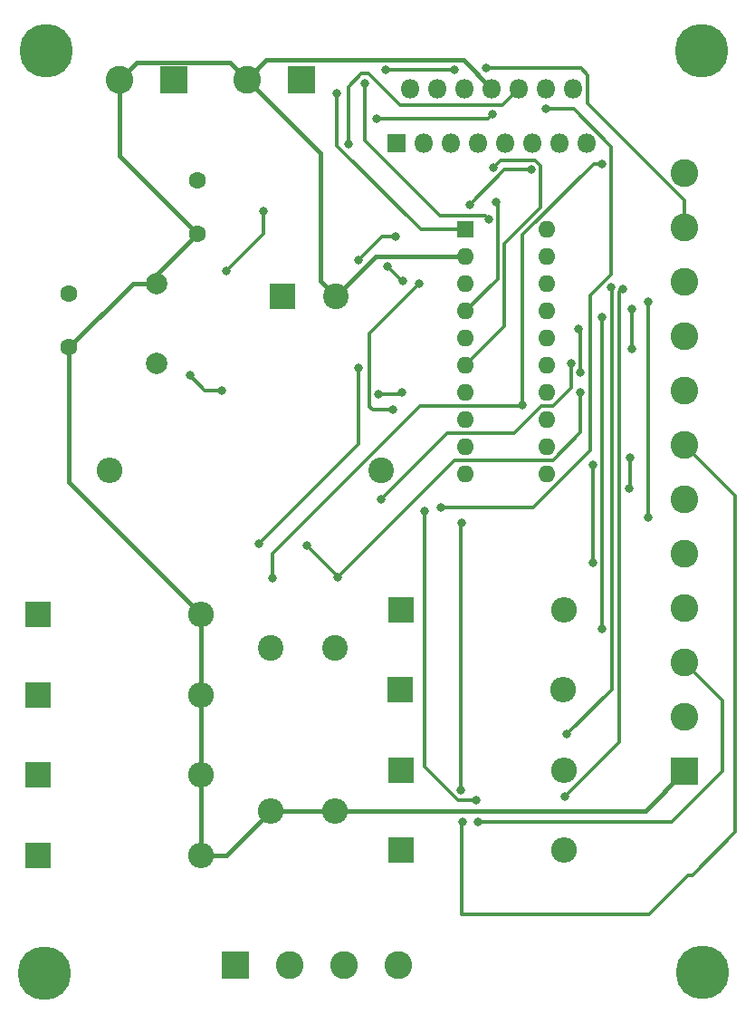
<source format=gbr>
%TF.GenerationSoftware,KiCad,Pcbnew,(7.0.0)*%
%TF.CreationDate,2023-04-19T19:54:13+02:00*%
%TF.ProjectId,steper_motor_controller,73746570-6572-45f6-9d6f-746f725f636f,REV1*%
%TF.SameCoordinates,Original*%
%TF.FileFunction,Copper,L2,Bot*%
%TF.FilePolarity,Positive*%
%FSLAX46Y46*%
G04 Gerber Fmt 4.6, Leading zero omitted, Abs format (unit mm)*
G04 Created by KiCad (PCBNEW (7.0.0)) date 2023-04-19 19:54:13*
%MOMM*%
%LPD*%
G01*
G04 APERTURE LIST*
%TA.AperFunction,ComponentPad*%
%ADD10C,5.000000*%
%TD*%
%TA.AperFunction,ComponentPad*%
%ADD11R,2.400000X2.400000*%
%TD*%
%TA.AperFunction,ComponentPad*%
%ADD12O,2.400000X2.400000*%
%TD*%
%TA.AperFunction,ComponentPad*%
%ADD13R,2.600000X2.600000*%
%TD*%
%TA.AperFunction,ComponentPad*%
%ADD14C,2.600000*%
%TD*%
%TA.AperFunction,ComponentPad*%
%ADD15C,1.600000*%
%TD*%
%TA.AperFunction,ComponentPad*%
%ADD16C,2.000000*%
%TD*%
%TA.AperFunction,ComponentPad*%
%ADD17R,1.800000X1.800000*%
%TD*%
%TA.AperFunction,ComponentPad*%
%ADD18O,1.800000X1.800000*%
%TD*%
%TA.AperFunction,ComponentPad*%
%ADD19C,2.400000*%
%TD*%
%TA.AperFunction,ComponentPad*%
%ADD20R,1.600000X1.600000*%
%TD*%
%TA.AperFunction,ComponentPad*%
%ADD21O,1.600000X1.600000*%
%TD*%
%TA.AperFunction,ViaPad*%
%ADD22C,0.800000*%
%TD*%
%TA.AperFunction,Conductor*%
%ADD23C,0.310000*%
%TD*%
%TA.AperFunction,Conductor*%
%ADD24C,0.400000*%
%TD*%
G04 APERTURE END LIST*
D10*
%TO.P,,1*%
%TO.N,N/C*%
X181994500Y-137024500D03*
%TD*%
%TO.P,,1*%
%TO.N,N/C*%
X120465500Y-137044500D03*
%TD*%
%TO.P,,1*%
%TO.N,N/C*%
X181934500Y-50905500D03*
%TD*%
%TO.P,REF\u002A\u002A,1*%
%TO.N,N/C*%
X120575530Y-50895530D03*
%TD*%
D11*
%TO.P,D3,1,K*%
%TO.N,VS*%
X153759999Y-118083331D03*
D12*
%TO.P,D3,2,A*%
%TO.N,Net-(D3-A)*%
X168999999Y-118083331D03*
%TD*%
D13*
%TO.P,J3,1,Pin_1*%
%TO.N,GND*%
X180319999Y-118239999D03*
D14*
%TO.P,J3,2,Pin_2*%
%TO.N,/HALF*%
X180320000Y-113160000D03*
%TO.P,J3,3,Pin_3*%
%TO.N,/HOME*%
X180320000Y-108080000D03*
%TO.P,J3,4,Pin_4*%
%TO.N,/Vref*%
X180320000Y-103000000D03*
%TO.P,J3,5,Pin_5*%
%TO.N,/CLK*%
X180320000Y-97920000D03*
%TO.P,J3,6,Pin_6*%
%TO.N,/CW*%
X180320000Y-92840000D03*
%TO.P,J3,7,Pin_7*%
%TO.N,/ENA*%
X180320000Y-87760000D03*
%TO.P,J3,8,Pin_8*%
%TO.N,/RESET*%
X180320000Y-82680000D03*
%TO.P,J3,9,Pin_9*%
%TO.N,/CTRL*%
X180320000Y-77600000D03*
%TO.P,J3,10,Pin_10*%
%TO.N,/OSC*%
X180320000Y-72520000D03*
%TO.P,J3,11,Pin_11*%
%TO.N,/SYNC*%
X180320000Y-67440000D03*
%TO.P,J3,12,Pin_12*%
%TO.N,unconnected-(J3-Pin_12-Pad12)*%
X180320000Y-62360000D03*
%TD*%
D15*
%TO.P,C2,1*%
%TO.N,VSS*%
X134750000Y-63030000D03*
%TO.P,C2,2*%
%TO.N,GND*%
X134750000Y-68030000D03*
%TD*%
D13*
%TO.P,J1,1,Pin_1*%
%TO.N,VS*%
X132534999Y-53624999D03*
D14*
%TO.P,J1,2,Pin_2*%
%TO.N,GND*%
X127455000Y-53625000D03*
%TD*%
D11*
%TO.P,D8,1,K*%
%TO.N,Net-(D4-A)*%
X119869999Y-103559999D03*
D12*
%TO.P,D8,2,A*%
%TO.N,GND*%
X135109999Y-103559999D03*
%TD*%
D11*
%TO.P,D1,1,K*%
%TO.N,VS*%
X153769999Y-103089999D03*
D12*
%TO.P,D1,2,A*%
%TO.N,Net-(D1-A)*%
X169009999Y-103089999D03*
%TD*%
D11*
%TO.P,D5,1,K*%
%TO.N,Net-(D1-A)*%
X119869999Y-126049999D03*
D12*
%TO.P,D5,2,A*%
%TO.N,GND*%
X135109999Y-126049999D03*
%TD*%
D11*
%TO.P,D7,1,K*%
%TO.N,Net-(D3-A)*%
X119869999Y-111078749D03*
D12*
%TO.P,D7,2,A*%
%TO.N,GND*%
X135109999Y-111078749D03*
%TD*%
D16*
%TO.P,C1,1*%
%TO.N,/OSC*%
X130940000Y-80120000D03*
%TO.P,C1,2*%
%TO.N,GND*%
X130940000Y-72620000D03*
%TD*%
D15*
%TO.P,C3,1*%
%TO.N,VS*%
X122720000Y-73600000D03*
%TO.P,C3,2*%
%TO.N,GND*%
X122720000Y-78600000D03*
%TD*%
D11*
%TO.P,D6,1,K*%
%TO.N,Net-(D2-A)*%
X119869999Y-118553331D03*
D12*
%TO.P,D6,2,A*%
%TO.N,GND*%
X135109999Y-118553331D03*
%TD*%
D17*
%TO.P,U2,1,SENSE_A*%
%TO.N,/Rs1*%
X153369999Y-59499999D03*
D18*
%TO.P,U2,2,OUT1*%
%TO.N,Net-(D1-A)*%
X154639999Y-54419999D03*
%TO.P,U2,3,OUT2*%
%TO.N,Net-(D2-A)*%
X155909999Y-59499999D03*
%TO.P,U2,4,Vs*%
%TO.N,VS*%
X157179999Y-54419999D03*
%TO.P,U2,5,IN1*%
%TO.N,Net-(U1-A)*%
X158449999Y-59499999D03*
%TO.P,U2,6,EnA*%
%TO.N,Net-(U1-INH1)*%
X159719999Y-54419999D03*
%TO.P,U2,7,IN2*%
%TO.N,Net-(U1-B)*%
X160989999Y-59499999D03*
%TO.P,U2,8,GND*%
%TO.N,GND*%
X162259999Y-54419999D03*
%TO.P,U2,9,Vss*%
%TO.N,VSS*%
X163529999Y-59499999D03*
%TO.P,U2,10,IN3*%
%TO.N,Net-(U1-C)*%
X164799999Y-54419999D03*
%TO.P,U2,11,EnB*%
%TO.N,Net-(U1-INH2)*%
X166069999Y-59499999D03*
%TO.P,U2,12,IN4*%
%TO.N,Net-(U1-D)*%
X167339999Y-54419999D03*
%TO.P,U2,13,OUT3*%
%TO.N,Net-(D3-A)*%
X168609999Y-59499999D03*
%TO.P,U2,14,OUT4*%
%TO.N,Net-(D4-A)*%
X169879999Y-54419999D03*
%TO.P,U2,15,SENSE_B*%
%TO.N,/Rs2*%
X171149999Y-59499999D03*
%TD*%
D13*
%TO.P,J2,1,Pin_1*%
%TO.N,VSS*%
X144459999Y-53574999D03*
D14*
%TO.P,J2,2,Pin_2*%
%TO.N,GND*%
X139380000Y-53575000D03*
%TD*%
D19*
%TO.P,Rs1,1*%
%TO.N,/Rs1*%
X147650000Y-106670000D03*
D12*
%TO.P,Rs1,2*%
%TO.N,GND*%
X147649999Y-121909999D03*
%TD*%
D11*
%TO.P,D2,1,K*%
%TO.N,VS*%
X153729999Y-110608749D03*
D12*
%TO.P,D2,2,A*%
%TO.N,Net-(D2-A)*%
X168969999Y-110608749D03*
%TD*%
D13*
%TO.P,J4,1,Pin_1*%
%TO.N,Net-(D1-A)*%
X138319999Y-136344999D03*
D14*
%TO.P,J4,2,Pin_2*%
%TO.N,Net-(D2-A)*%
X143400000Y-136345000D03*
%TO.P,J4,3,Pin_3*%
%TO.N,Net-(D3-A)*%
X148480000Y-136345000D03*
%TO.P,J4,4,Pin_4*%
%TO.N,Net-(D4-A)*%
X153560000Y-136345000D03*
%TD*%
D11*
%TO.P,C4,1*%
%TO.N,VS*%
X142709999Y-73849999D03*
D19*
%TO.P,C4,2*%
%TO.N,GND*%
X147710000Y-73850000D03*
%TD*%
D11*
%TO.P,D4,1,K*%
%TO.N,VS*%
X153769999Y-125579999D03*
D12*
%TO.P,D4,2,A*%
%TO.N,Net-(D4-A)*%
X169009999Y-125579999D03*
%TD*%
D19*
%TO.P,Rs2,1*%
%TO.N,/Rs2*%
X141600000Y-106670000D03*
D12*
%TO.P,Rs2,2*%
%TO.N,GND*%
X141599999Y-121909999D03*
%TD*%
D20*
%TO.P,U1,1,SYNC*%
%TO.N,/SYNC*%
X159839999Y-67579999D03*
D21*
%TO.P,U1,2,GND*%
%TO.N,GND*%
X159839999Y-70119999D03*
%TO.P,U1,3,HOME*%
%TO.N,/HOME*%
X159839999Y-72659999D03*
%TO.P,U1,4,A*%
%TO.N,Net-(U1-A)*%
X159839999Y-75199999D03*
%TO.P,U1,5,INH1*%
%TO.N,Net-(U1-INH1)*%
X159839999Y-77739999D03*
%TO.P,U1,6,B*%
%TO.N,Net-(U1-B)*%
X159839999Y-80279999D03*
%TO.P,U1,7,C*%
%TO.N,Net-(U1-C)*%
X159839999Y-82819999D03*
%TO.P,U1,8,INH2*%
%TO.N,Net-(U1-INH2)*%
X159839999Y-85359999D03*
%TO.P,U1,9,D*%
%TO.N,Net-(U1-D)*%
X159839999Y-87899999D03*
%TO.P,U1,10,ENABLE*%
%TO.N,/ENA*%
X159839999Y-90439999D03*
%TO.P,U1,11,CONTROL*%
%TO.N,/CTRL*%
X167459999Y-90439999D03*
%TO.P,U1,12,Vs*%
%TO.N,VSS*%
X167459999Y-87899999D03*
%TO.P,U1,13,SENS2*%
%TO.N,/Rs2*%
X167459999Y-85359999D03*
%TO.P,U1,14,SENS1*%
%TO.N,/Rs1*%
X167459999Y-82819999D03*
%TO.P,U1,15,Vref*%
%TO.N,/Vref*%
X167459999Y-80279999D03*
%TO.P,U1,16,OSC*%
%TO.N,/OSC*%
X167459999Y-77739999D03*
%TO.P,U1,17,CW*%
%TO.N,/CW*%
X167459999Y-75199999D03*
%TO.P,U1,18,CLOCK*%
%TO.N,/CLK*%
X167459999Y-72659999D03*
%TO.P,U1,19,HALF*%
%TO.N,/HALF*%
X167459999Y-70119999D03*
%TO.P,U1,20,RESET*%
%TO.N,/RESET*%
X167459999Y-67579999D03*
%TD*%
D19*
%TO.P,R1,1*%
%TO.N,/OSC*%
X151920000Y-90110000D03*
D12*
%TO.P,R1,2*%
%TO.N,VSS*%
X126519999Y-90109999D03*
%TD*%
D22*
%TO.N,/HOME*%
X155520000Y-72640000D03*
X153053706Y-84446294D03*
X155990000Y-93940000D03*
X160820000Y-120870000D03*
X160950000Y-122970000D03*
%TO.N,/ENA*%
X159460000Y-95020000D03*
X159400000Y-119960000D03*
X159510000Y-122940000D03*
%TO.N,/SYNC*%
X147820000Y-54860000D03*
X158800000Y-52674500D03*
X161780000Y-52540000D03*
X152340000Y-52674500D03*
%TO.N,/CLK*%
X176880000Y-94510000D03*
X176880000Y-74370000D03*
%TO.N,/CW*%
X175110000Y-91800000D03*
X175170000Y-88880000D03*
X170590000Y-80930000D03*
X170420000Y-76850000D03*
%TO.N,/Vref*%
X171751000Y-89575500D03*
X171750000Y-98760000D03*
%TO.N,/HALF*%
X172615500Y-104880000D03*
X172615500Y-75750000D03*
%TO.N,/RESET*%
X175370000Y-78750000D03*
X175370000Y-75000000D03*
%TO.N,/Rs1*%
X144970000Y-97150000D03*
X140500000Y-96930000D03*
X149830000Y-80540000D03*
X149801886Y-70471886D03*
X153300000Y-68230000D03*
%TO.N,/OSC*%
X169700000Y-80070000D03*
X151970000Y-92790000D03*
%TO.N,Net-(U1-D)*%
X157510000Y-93530000D03*
X167330000Y-56340000D03*
%TO.N,Net-(U1-C)*%
X153901294Y-82848706D03*
X151708241Y-82945665D03*
X148850000Y-59590000D03*
%TO.N,Net-(U1-INH1)*%
X153980000Y-72390000D03*
X152550000Y-71029500D03*
X151500000Y-57220000D03*
X162310000Y-56830000D03*
%TO.N,Net-(U1-B)*%
X162448956Y-61818956D03*
%TO.N,Net-(U1-A)*%
X162665500Y-65000000D03*
%TO.N,Net-(U1-INH2)*%
X160240500Y-65250000D03*
X165950000Y-62020000D03*
%TO.N,/Rs2*%
X172570000Y-61440000D03*
%TO.N,/Rs1*%
X170590000Y-82800000D03*
X147830000Y-100100000D03*
%TO.N,/Rs2*%
X165130000Y-83960000D03*
X141790000Y-100190000D03*
%TO.N,/OSC*%
X134060000Y-81200000D03*
X137020000Y-82600000D03*
%TO.N,VSS*%
X140890000Y-65910000D03*
X137430000Y-71430000D03*
%TO.N,Net-(D1-A)*%
X150400000Y-53910000D03*
X161969500Y-66600000D03*
%TO.N,Net-(D3-A)*%
X173444402Y-73027006D03*
X169280000Y-114750000D03*
%TO.N,Net-(D4-A)*%
X169110000Y-120600000D03*
X174550000Y-73120000D03*
%TD*%
D23*
%TO.N,/HOME*%
X151136294Y-84446294D02*
X150843241Y-84153241D01*
X150843241Y-77316759D02*
X155520000Y-72640000D01*
X153053706Y-84446294D02*
X151136294Y-84446294D01*
X150843241Y-84153241D02*
X150843241Y-77316759D01*
X155990000Y-117773295D02*
X155990000Y-93940000D01*
X159086705Y-120870000D02*
X155990000Y-117773295D01*
X160820000Y-120870000D02*
X159086705Y-120870000D01*
X179120000Y-122970000D02*
X160950000Y-122970000D01*
X183880000Y-118210000D02*
X179120000Y-122970000D01*
X180320000Y-108080000D02*
X183880000Y-111640000D01*
X183880000Y-111640000D02*
X183880000Y-118210000D01*
%TO.N,/ENA*%
X159400000Y-95080000D02*
X159460000Y-95020000D01*
X159400000Y-119960000D02*
X159400000Y-95080000D01*
X180650000Y-127910000D02*
X176950000Y-131610000D01*
X181030000Y-127910000D02*
X180650000Y-127910000D01*
X185060000Y-123880000D02*
X181030000Y-127910000D01*
X159460000Y-131610000D02*
X159460000Y-122990000D01*
X185060000Y-92500000D02*
X185060000Y-123880000D01*
X159460000Y-122990000D02*
X159510000Y-122940000D01*
X180320000Y-87760000D02*
X185060000Y-92500000D01*
X176950000Y-131610000D02*
X159460000Y-131610000D01*
%TO.N,/SYNC*%
X155616705Y-67580000D02*
X159840000Y-67580000D01*
X147820000Y-59783295D02*
X155616705Y-67580000D01*
X158800000Y-52674500D02*
X152340000Y-52674500D01*
X170610000Y-52540000D02*
X161780000Y-52540000D01*
X171245000Y-53175000D02*
X170610000Y-52540000D01*
X171245000Y-55781087D02*
X171245000Y-53175000D01*
X147820000Y-54860000D02*
X147820000Y-59783295D01*
X180320000Y-64856087D02*
X171245000Y-55781087D01*
X180320000Y-67440000D02*
X180320000Y-64856087D01*
%TO.N,/CLK*%
X176880000Y-74370000D02*
X176880000Y-94510000D01*
%TO.N,/CW*%
X175170000Y-91740000D02*
X175110000Y-91800000D01*
X175170000Y-88880000D02*
X175170000Y-91740000D01*
X170565000Y-80905000D02*
X170590000Y-80930000D01*
X170565000Y-76995000D02*
X170565000Y-80905000D01*
X170420000Y-76850000D02*
X170565000Y-76995000D01*
%TO.N,/Vref*%
X171751000Y-98759000D02*
X171750000Y-98760000D01*
X171751000Y-89575500D02*
X171751000Y-98759000D01*
%TO.N,/HALF*%
X172615500Y-75750000D02*
X172615500Y-104880000D01*
%TO.N,/RESET*%
X175370000Y-75000000D02*
X175370000Y-78750000D01*
%TO.N,/Rs1*%
X144970000Y-97150000D02*
X147830000Y-100010000D01*
X147830000Y-100010000D02*
X147830000Y-100100000D01*
X149830000Y-87600000D02*
X141270000Y-96160000D01*
X149830000Y-80540000D02*
X149830000Y-87600000D01*
X153300000Y-68230000D02*
X152043772Y-68230000D01*
X141270000Y-96160000D02*
X140500000Y-96930000D01*
X152043772Y-68230000D02*
X149801886Y-70471886D01*
%TO.N,/OSC*%
X169700000Y-82390000D02*
X169700000Y-80070000D01*
X164396019Y-86635000D02*
X166936019Y-84095000D01*
X166936019Y-84095000D02*
X167995000Y-84095000D01*
X158125000Y-86635000D02*
X164396019Y-86635000D01*
X151970000Y-92790000D02*
X158125000Y-86635000D01*
X167995000Y-84095000D02*
X169700000Y-82390000D01*
%TO.N,Net-(U1-D)*%
X166158981Y-93530000D02*
X157510000Y-93530000D01*
X171470000Y-88218981D02*
X166158981Y-93530000D01*
X173435000Y-71813113D02*
X171470000Y-73778113D01*
X173435000Y-59854598D02*
X173435000Y-71813113D01*
X169920402Y-56340000D02*
X173435000Y-59854598D01*
X167330000Y-56340000D02*
X169920402Y-56340000D01*
X171470000Y-73778113D02*
X171470000Y-88218981D01*
%TO.N,Net-(U1-C)*%
X153804335Y-82945665D02*
X153901294Y-82848706D01*
X151708241Y-82945665D02*
X153804335Y-82945665D01*
X150056705Y-53030000D02*
X148850000Y-54236705D01*
X150743295Y-53030000D02*
X150056705Y-53030000D01*
X153678295Y-55965000D02*
X150743295Y-53030000D01*
X163255000Y-55965000D02*
X153678295Y-55965000D01*
X148850000Y-54236705D02*
X148850000Y-59590000D01*
X164800000Y-54420000D02*
X163255000Y-55965000D01*
%TO.N,Net-(U1-INH1)*%
X153910500Y-72390000D02*
X153980000Y-72390000D01*
X152550000Y-71029500D02*
X153910500Y-72390000D01*
X162310000Y-56830000D02*
X161920000Y-57220000D01*
X161920000Y-57220000D02*
X151500000Y-57220000D01*
%TO.N,Net-(U1-B)*%
X163470000Y-76650000D02*
X159840000Y-80280000D01*
X163470000Y-68904207D02*
X163470000Y-76650000D01*
X166840000Y-65534207D02*
X163470000Y-68904207D01*
X166840000Y-61686705D02*
X166840000Y-65534207D01*
X166308295Y-61155000D02*
X166840000Y-61686705D01*
X163112912Y-61155000D02*
X166308295Y-61155000D01*
X162448956Y-61818956D02*
X163112912Y-61155000D01*
%TO.N,Net-(U1-A)*%
X162834500Y-65169000D02*
X162834500Y-72205500D01*
X162665500Y-65000000D02*
X162834500Y-65169000D01*
X162834500Y-72205500D02*
X159840000Y-75200000D01*
%TO.N,Net-(U1-INH2)*%
X163470500Y-62020000D02*
X160240500Y-65250000D01*
X165950000Y-62020000D02*
X163470500Y-62020000D01*
%TO.N,/Rs2*%
X165130000Y-68121019D02*
X165130000Y-83960000D01*
X172570000Y-61440000D02*
X171811019Y-61440000D01*
X171811019Y-61440000D02*
X165130000Y-68121019D01*
%TO.N,/Rs1*%
X170590000Y-86558981D02*
X170590000Y-82800000D01*
X158755000Y-89175000D02*
X167973981Y-89175000D01*
X147830000Y-100100000D02*
X158755000Y-89175000D01*
X167973981Y-89175000D02*
X170590000Y-86558981D01*
%TO.N,/Rs2*%
X164995000Y-84095000D02*
X165130000Y-83960000D01*
X155580334Y-84095000D02*
X164995000Y-84095000D01*
X141790000Y-97885334D02*
X155580334Y-84095000D01*
X141790000Y-100190000D02*
X141790000Y-97885334D01*
%TO.N,/OSC*%
X135460000Y-82600000D02*
X136780000Y-82600000D01*
X134060000Y-81200000D02*
X135460000Y-82600000D01*
D24*
%TO.N,GND*%
X145632500Y-59827500D02*
X139380000Y-53575000D01*
X137830000Y-52025000D02*
X139380000Y-53575000D01*
X127455000Y-53625000D02*
X127455000Y-60735000D01*
X147710000Y-73850000D02*
X146270000Y-72410000D01*
X146270000Y-72410000D02*
X146270000Y-60465000D01*
X128700000Y-72620000D02*
X122720000Y-78600000D01*
X135110000Y-126050000D02*
X137460000Y-126050000D01*
X134750000Y-68030000D02*
X130940000Y-71840000D01*
X135110000Y-111078750D02*
X135110000Y-118553332D01*
X127455000Y-53625000D02*
X129055000Y-52025000D01*
X159840000Y-70120000D02*
X151440000Y-70120000D01*
X137460000Y-126050000D02*
X141600000Y-121910000D01*
X146270000Y-60465000D02*
X145632500Y-59827500D01*
X135110000Y-103560000D02*
X135110000Y-111078750D01*
X122720000Y-78600000D02*
X122720000Y-91170000D01*
X151440000Y-70120000D02*
X147710000Y-73850000D01*
X141600000Y-121910000D02*
X147650000Y-121910000D01*
X130940000Y-71840000D02*
X130940000Y-72620000D01*
X162260000Y-54420000D02*
X159605000Y-51765000D01*
X127455000Y-60735000D02*
X134750000Y-68030000D01*
X129055000Y-52025000D02*
X137830000Y-52025000D01*
X135110000Y-118553332D02*
X135110000Y-126050000D01*
X159605000Y-51765000D02*
X141190000Y-51765000D01*
X176650000Y-121910000D02*
X180320000Y-118240000D01*
X122720000Y-91170000D02*
X135110000Y-103560000D01*
X141190000Y-51765000D02*
X139380000Y-53575000D01*
X147650000Y-121910000D02*
X176650000Y-121910000D01*
X130940000Y-72620000D02*
X128700000Y-72620000D01*
D23*
%TO.N,VSS*%
X140890000Y-67970000D02*
X137430000Y-71430000D01*
X140890000Y-65910000D02*
X140890000Y-67970000D01*
%TO.N,Net-(D1-A)*%
X161969500Y-66600000D02*
X161684500Y-66315000D01*
X157455000Y-66315000D02*
X150400000Y-59260000D01*
X150400000Y-59260000D02*
X150400000Y-53910000D01*
X161684500Y-66315000D02*
X157455000Y-66315000D01*
%TO.N,Net-(D3-A)*%
X173480000Y-73030000D02*
X173447396Y-73030000D01*
X173447396Y-73030000D02*
X173444402Y-73027006D01*
X173480000Y-110550000D02*
X173480000Y-73030000D01*
X169280000Y-114750000D02*
X173480000Y-110550000D01*
%TO.N,Net-(D4-A)*%
X174220000Y-75750000D02*
X174220000Y-73450000D01*
X169110000Y-120600000D02*
X174220000Y-115490000D01*
X174220000Y-115490000D02*
X174220000Y-75750000D01*
X174220000Y-73450000D02*
X174550000Y-73120000D01*
%TD*%
M02*

</source>
